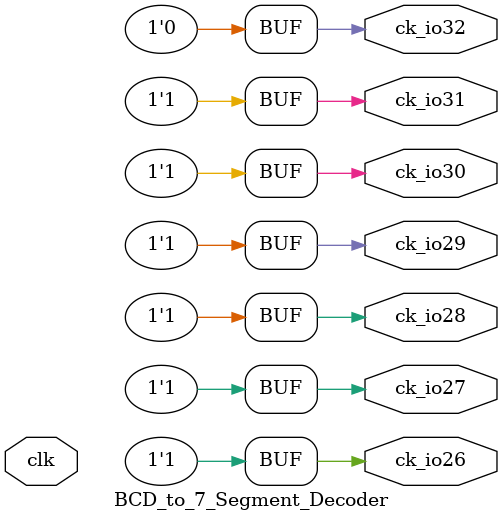
<source format=v>
`timescale 1ns / 1ns


module BCD_to_7_Segment_Decoder(
                                input clk,
                                output wire ck_io26,        // C
                                output wire ck_io27,        // D
                                output wire ck_io28,        // E
                                output wire ck_io29,        // B
                                output wire ck_io30,        // A
                                output wire ck_io31,        // F
                                output wire ck_io32         // G
                                );
                                
    /*
    In Order Pins:
        A = ck_io30
        B = ck_io29
        C = ck_io26
        D = ck_io27
        E = ck_io28
        F = ck_io31
        G = ck_io32
    */

    // ------> Uncomment each 'assign' statement individually to display the corresponding digit on the 7-segment display <------
    
    assign {ck_io30, ck_io29, ck_io26, ck_io27, ck_io28, ck_io31, ck_io32} = 7'b1111110;    // Number 0
    
    // assign {ck_io30, ck_io29, ck_io26, ck_io27, ck_io28, ck_io31, ck_io32} = 7'b0110000;    // Number 1
    
    // assign {ck_io30, ck_io29, ck_io26, ck_io27, ck_io28, ck_io31, ck_io32} = 7'b1101101;    // Number 2
    
    // assign {ck_io30, ck_io29, ck_io26, ck_io27, ck_io28, ck_io31, ck_io32} = 7'b1111001;    // Number 3
    
    // assign {ck_io30, ck_io29, ck_io26, ck_io27, ck_io28, ck_io31, ck_io32} = 7'b0110011;    // Number 4
    
    // assign {ck_io30, ck_io29, ck_io26, ck_io27, ck_io28, ck_io31, ck_io32} = 7'b1011011;    // Number 5
    
    // assign {ck_io30, ck_io29, ck_io26, ck_io27, ck_io28, ck_io31, ck_io32} = 7'b1011111;    // Number 6
    
    // assign {ck_io30, ck_io29, ck_io26, ck_io27, ck_io28, ck_io31, ck_io32} = 7'b1110000;    // Number 7
    
    // assign {ck_io30, ck_io29, ck_io26, ck_io27, ck_io28, ck_io31, ck_io32} = 7'b1111111;    // Number 8

    // assign {ck_io30, ck_io29, ck_io26, ck_io27, ck_io28, ck_io31, ck_io32} = 7'b1111011;    // Number 9
    
endmodule

</source>
